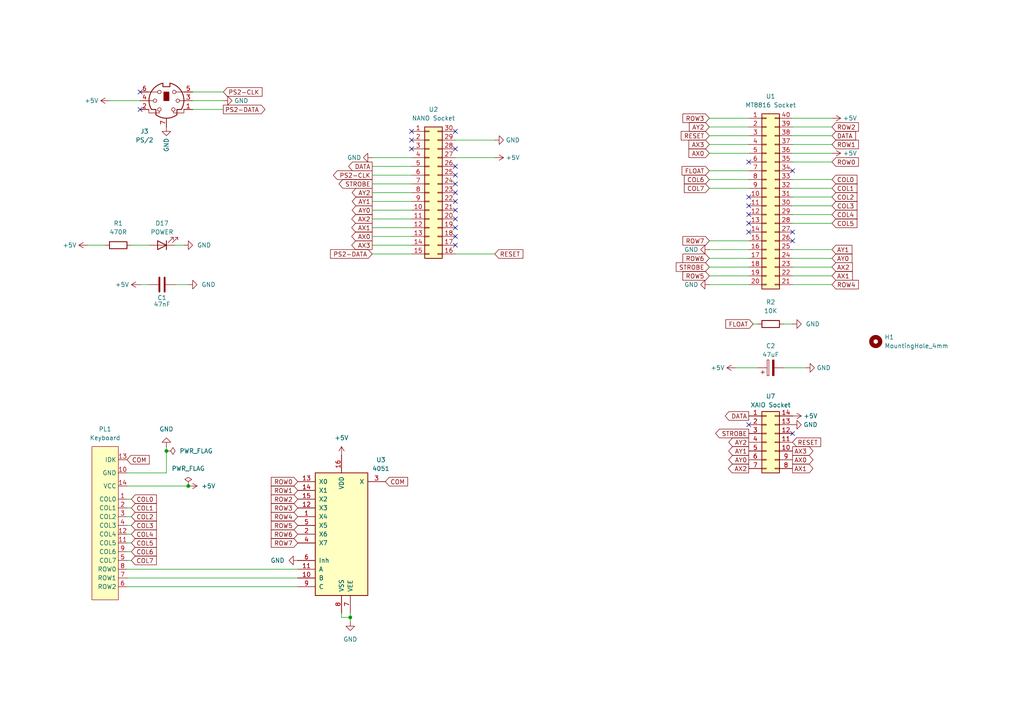
<source format=kicad_sch>
(kicad_sch (version 20231120) (generator "eeschema") (generator_version "8.0")
  (paper "A4")
  (lib_symbols
    (symbol "4xxx:4051" (pin_names (offset 1.016))
      (property "Reference" "U" (at -7.62 19.05 0))
      (property "Value" "4051" (at -7.62 -19.05 0))
      (symbol "4051_1_0"
        (pin passive line (at -12.7 5.08 0) (length 5.08) (name "X4") (number "1"))
        (pin input line (at -12.7 -12.7 0) (length 5.08) (name "B") (number "10"))
        (pin input line (at -12.7 -10.16 0) (length 5.08) (name "A") (number "11"))
        (pin passive line (at -12.7 7.62 0) (length 5.08) (name "X3") (number "12"))
        (pin passive line (at -12.7 15.24 0) (length 5.08) (name "X0") (number "13"))
        (pin passive line (at -12.7 12.7 0) (length 5.08) (name "X1") (number "14"))
        (pin passive line (at -12.7 10.16 0) (length 5.08) (name "X2") (number "15"))
        (pin power_in line (at 0 22.86 270) (length 5.08) (name "VDD") (number "16"))
        (pin passive line (at -12.7 0 0) (length 5.08) (name "X6") (number "2"))
        (pin passive line (at 12.7 15.24 180) (length 5.08) (name "X") (number "3"))
        (pin passive line (at -12.7 -2.54 0) (length 5.08) (name "X7") (number "4"))
        (pin passive line (at -12.7 2.54 0) (length 5.08) (name "X5") (number "5"))
        (pin input line (at -12.7 -7.62 0) (length 5.08) (name "Inh") (number "6"))
        (pin power_in line (at 2.54 -22.86 90) (length 5.08) (name "VEE") (number "7"))
        (pin power_in line (at 0 -22.86 90) (length 5.08) (name "VSS") (number "8"))
        (pin input line (at -12.7 -15.24 0) (length 5.08) (name "C") (number "9"))
      )
      (symbol "4051_1_1"
        (rectangle (start -7.62 17.78) (end 7.62 -17.78) (stroke (width 0.254)) (fill (type background)))
      )
    )
    (symbol "Connector_Generic:Conn_02x07_Counter_Clockwise" (pin_names (offset 1.016) hide)
      (property "Reference" "J" (at 1.27 10.16 0))
      (property "Value" "Conn_02x07_Counter_Clockwise" (at 1.27 -10.16 0))
      (symbol "Conn_02x07_Counter_Clockwise_1_1"
        (rectangle (start -1.27 -7.493) (end 0 -7.747) (stroke (width 0.1524)))
        (rectangle (start -1.27 -4.953) (end 0 -5.207) (stroke (width 0.1524)))
        (rectangle (start -1.27 -2.413) (end 0 -2.667) (stroke (width 0.1524)))
        (rectangle (start -1.27 0.127) (end 0 -0.127) (stroke (width 0.1524)))
        (rectangle (start -1.27 2.667) (end 0 2.413) (stroke (width 0.1524)))
        (rectangle (start -1.27 5.207) (end 0 4.953) (stroke (width 0.1524)))
        (rectangle (start -1.27 7.747) (end 0 7.493) (stroke (width 0.1524)))
        (rectangle (start -1.27 8.89) (end 3.81 -8.89) (stroke (width 0.254)) (fill (type background)))
        (rectangle (start 3.81 -7.493) (end 2.54 -7.747) (stroke (width 0.1524)))
        (rectangle (start 3.81 -4.953) (end 2.54 -5.207) (stroke (width 0.1524)))
        (rectangle (start 3.81 -2.413) (end 2.54 -2.667) (stroke (width 0.1524)))
        (rectangle (start 3.81 0.127) (end 2.54 -0.127) (stroke (width 0.1524)))
        (rectangle (start 3.81 2.667) (end 2.54 2.413) (stroke (width 0.1524)))
        (rectangle (start 3.81 5.207) (end 2.54 4.953) (stroke (width 0.1524)))
        (rectangle (start 3.81 7.747) (end 2.54 7.493) (stroke (width 0.1524)))
        (pin passive line (at -5.08 7.62 0) (length 3.81) (name "Pin_1") (number "1"))
        (pin passive line (at 7.62 -2.54 180) (length 3.81) (name "Pin_10") (number "10"))
        (pin passive line (at 7.62 0 180) (length 3.81) (name "Pin_11") (number "11"))
        (pin passive line (at 7.62 2.54 180) (length 3.81) (name "Pin_12") (number "12"))
        (pin passive line (at 7.62 5.08 180) (length 3.81) (name "Pin_13") (number "13"))
        (pin passive line (at 7.62 7.62 180) (length 3.81) (name "Pin_14") (number "14"))
        (pin passive line (at -5.08 5.08 0) (length 3.81) (name "Pin_2") (number "2"))
        (pin passive line (at -5.08 2.54 0) (length 3.81) (name "Pin_3") (number "3"))
        (pin passive line (at -5.08 0 0) (length 3.81) (name "Pin_4") (number "4"))
        (pin passive line (at -5.08 -2.54 0) (length 3.81) (name "Pin_5") (number "5"))
        (pin passive line (at -5.08 -5.08 0) (length 3.81) (name "Pin_6") (number "6"))
        (pin passive line (at -5.08 -7.62 0) (length 3.81) (name "Pin_7") (number "7"))
        (pin passive line (at 7.62 -7.62 180) (length 3.81) (name "Pin_8") (number "8"))
        (pin passive line (at 7.62 -5.08 180) (length 3.81) (name "Pin_9") (number "9"))
      )
    )
    (symbol "Connector_Generic:Conn_02x15_Counter_Clockwise" (pin_names (offset 1.016) hide)
      (property "Reference" "J" (at 1.27 20.32 0))
      (property "Value" "Conn_02x15_Counter_Clockwise" (at 1.27 -20.32 0))
      (symbol "Conn_02x15_Counter_Clockwise_1_1"
        (rectangle (start -1.27 -17.653) (end 0 -17.907) (stroke (width 0.1524)))
        (rectangle (start -1.27 -15.113) (end 0 -15.367) (stroke (width 0.1524)))
        (rectangle (start -1.27 -12.573) (end 0 -12.827) (stroke (width 0.1524)))
        (rectangle (start -1.27 -10.033) (end 0 -10.287) (stroke (width 0.1524)))
        (rectangle (start -1.27 -7.493) (end 0 -7.747) (stroke (width 0.1524)))
        (rectangle (start -1.27 -4.953) (end 0 -5.207) (stroke (width 0.1524)))
        (rectangle (start -1.27 -2.413) (end 0 -2.667) (stroke (width 0.1524)))
        (rectangle (start -1.27 0.127) (end 0 -0.127) (stroke (width 0.1524)))
        (rectangle (start -1.27 2.667) (end 0 2.413) (stroke (width 0.1524)))
        (rectangle (start -1.27 5.207) (end 0 4.953) (stroke (width 0.1524)))
        (rectangle (start -1.27 7.747) (end 0 7.493) (stroke (width 0.1524)))
        (rectangle (start -1.27 10.287) (end 0 10.033) (stroke (width 0.1524)))
        (rectangle (start -1.27 12.827) (end 0 12.573) (stroke (width 0.1524)))
        (rectangle (start -1.27 15.367) (end 0 15.113) (stroke (width 0.1524)))
        (rectangle (start -1.27 17.907) (end 0 17.653) (stroke (width 0.1524)))
        (rectangle (start -1.27 19.05) (end 3.81 -19.05) (stroke (width 0.254)) (fill (type background)))
        (rectangle (start 3.81 -17.653) (end 2.54 -17.907) (stroke (width 0.1524)))
        (rectangle (start 3.81 -15.113) (end 2.54 -15.367) (stroke (width 0.1524)))
        (rectangle (start 3.81 -12.573) (end 2.54 -12.827) (stroke (width 0.1524)))
        (rectangle (start 3.81 -10.033) (end 2.54 -10.287) (stroke (width 0.1524)))
        (rectangle (start 3.81 -7.493) (end 2.54 -7.747) (stroke (width 0.1524)))
        (rectangle (start 3.81 -4.953) (end 2.54 -5.207) (stroke (width 0.1524)))
        (rectangle (start 3.81 -2.413) (end 2.54 -2.667) (stroke (width 0.1524)))
        (rectangle (start 3.81 0.127) (end 2.54 -0.127) (stroke (width 0.1524)))
        (rectangle (start 3.81 2.667) (end 2.54 2.413) (stroke (width 0.1524)))
        (rectangle (start 3.81 5.207) (end 2.54 4.953) (stroke (width 0.1524)))
        (rectangle (start 3.81 7.747) (end 2.54 7.493) (stroke (width 0.1524)))
        (rectangle (start 3.81 10.287) (end 2.54 10.033) (stroke (width 0.1524)))
        (rectangle (start 3.81 12.827) (end 2.54 12.573) (stroke (width 0.1524)))
        (rectangle (start 3.81 15.367) (end 2.54 15.113) (stroke (width 0.1524)))
        (rectangle (start 3.81 17.907) (end 2.54 17.653) (stroke (width 0.1524)))
        (pin passive line (at -5.08 17.78 0) (length 3.81) (name "Pin_1") (number "1"))
        (pin passive line (at -5.08 -5.08 0) (length 3.81) (name "Pin_10") (number "10"))
        (pin passive line (at -5.08 -7.62 0) (length 3.81) (name "Pin_11") (number "11"))
        (pin passive line (at -5.08 -10.16 0) (length 3.81) (name "Pin_12") (number "12"))
        (pin passive line (at -5.08 -12.7 0) (length 3.81) (name "Pin_13") (number "13"))
        (pin passive line (at -5.08 -15.24 0) (length 3.81) (name "Pin_14") (number "14"))
        (pin passive line (at -5.08 -17.78 0) (length 3.81) (name "Pin_15") (number "15"))
        (pin passive line (at 7.62 -17.78 180) (length 3.81) (name "Pin_16") (number "16"))
        (pin passive line (at 7.62 -15.24 180) (length 3.81) (name "Pin_17") (number "17"))
        (pin passive line (at 7.62 -12.7 180) (length 3.81) (name "Pin_18") (number "18"))
        (pin passive line (at 7.62 -10.16 180) (length 3.81) (name "Pin_19") (number "19"))
        (pin passive line (at -5.08 15.24 0) (length 3.81) (name "Pin_2") (number "2"))
        (pin passive line (at 7.62 -7.62 180) (length 3.81) (name "Pin_20") (number "20"))
        (pin passive line (at 7.62 -5.08 180) (length 3.81) (name "Pin_21") (number "21"))
        (pin passive line (at 7.62 -2.54 180) (length 3.81) (name "Pin_22") (number "22"))
        (pin passive line (at 7.62 0 180) (length 3.81) (name "Pin_23") (number "23"))
        (pin passive line (at 7.62 2.54 180) (length 3.81) (name "Pin_24") (number "24"))
        (pin passive line (at 7.62 5.08 180) (length 3.81) (name "Pin_25") (number "25"))
        (pin passive line (at 7.62 7.62 180) (length 3.81) (name "Pin_26") (number "26"))
        (pin passive line (at 7.62 10.16 180) (length 3.81) (name "Pin_27") (number "27"))
        (pin passive line (at 7.62 12.7 180) (length 3.81) (name "Pin_28") (number "28"))
        (pin passive line (at 7.62 15.24 180) (length 3.81) (name "Pin_29") (number "29"))
        (pin passive line (at -5.08 12.7 0) (length 3.81) (name "Pin_3") (number "3"))
        (pin passive line (at 7.62 17.78 180) (length 3.81) (name "Pin_30") (number "30"))
        (pin passive line (at -5.08 10.16 0) (length 3.81) (name "Pin_4") (number "4"))
        (pin passive line (at -5.08 7.62 0) (length 3.81) (name "Pin_5") (number "5"))
        (pin passive line (at -5.08 5.08 0) (length 3.81) (name "Pin_6") (number "6"))
        (pin passive line (at -5.08 2.54 0) (length 3.81) (name "Pin_7") (number "7"))
        (pin passive line (at -5.08 0 0) (length 3.81) (name "Pin_8") (number "8"))
        (pin passive line (at -5.08 -2.54 0) (length 3.81) (name "Pin_9") (number "9"))
      )
    )
    (symbol "Connector_Generic:Conn_02x20_Counter_Clockwise" (pin_names (offset 1.016) hide)
      (property "Reference" "J" (at 1.27 25.4 0))
      (property "Value" "Conn_02x20_Counter_Clockwise" (at 1.27 -27.94 0))
      (symbol "Conn_02x20_Counter_Clockwise_1_1"
        (rectangle (start -1.27 -25.273) (end 0 -25.527) (stroke (width 0.1524)))
        (rectangle (start -1.27 -22.733) (end 0 -22.987) (stroke (width 0.1524)))
        (rectangle (start -1.27 -20.193) (end 0 -20.447) (stroke (width 0.1524)))
        (rectangle (start -1.27 -17.653) (end 0 -17.907) (stroke (width 0.1524)))
        (rectangle (start -1.27 -15.113) (end 0 -15.367) (stroke (width 0.1524)))
        (rectangle (start -1.27 -12.573) (end 0 -12.827) (stroke (width 0.1524)))
        (rectangle (start -1.27 -10.033) (end 0 -10.287) (stroke (width 0.1524)))
        (rectangle (start -1.27 -7.493) (end 0 -7.747) (stroke (width 0.1524)))
        (rectangle (start -1.27 -4.953) (end 0 -5.207) (stroke (width 0.1524)))
        (rectangle (start -1.27 -2.413) (end 0 -2.667) (stroke (width 0.1524)))
        (rectangle (start -1.27 0.127) (end 0 -0.127) (stroke (width 0.1524)))
        (rectangle (start -1.27 2.667) (end 0 2.413) (stroke (width 0.1524)))
        (rectangle (start -1.27 5.207) (end 0 4.953) (stroke (width 0.1524)))
        (rectangle (start -1.27 7.747) (end 0 7.493) (stroke (width 0.1524)))
        (rectangle (start -1.27 10.287) (end 0 10.033) (stroke (width 0.1524)))
        (rectangle (start -1.27 12.827) (end 0 12.573) (stroke (width 0.1524)))
        (rectangle (start -1.27 15.367) (end 0 15.113) (stroke (width 0.1524)))
        (rectangle (start -1.27 17.907) (end 0 17.653) (stroke (width 0.1524)))
        (rectangle (start -1.27 20.447) (end 0 20.193) (stroke (width 0.1524)))
        (rectangle (start -1.27 22.987) (end 0 22.733) (stroke (width 0.1524)))
        (rectangle (start -1.27 24.13) (end 3.81 -26.67) (stroke (width 0.254)) (fill (type background)))
        (rectangle (start 3.81 -25.273) (end 2.54 -25.527) (stroke (width 0.1524)))
        (rectangle (start 3.81 -22.733) (end 2.54 -22.987) (stroke (width 0.1524)))
        (rectangle (start 3.81 -20.193) (end 2.54 -20.447) (stroke (width 0.1524)))
        (rectangle (start 3.81 -17.653) (end 2.54 -17.907) (stroke (width 0.1524)))
        (rectangle (start 3.81 -15.113) (end 2.54 -15.367) (stroke (width 0.1524)))
        (rectangle (start 3.81 -12.573) (end 2.54 -12.827) (stroke (width 0.1524)))
        (rectangle (start 3.81 -10.033) (end 2.54 -10.287) (stroke (width 0.1524)))
        (rectangle (start 3.81 -7.493) (end 2.54 -7.747) (stroke (width 0.1524)))
        (rectangle (start 3.81 -4.953) (end 2.54 -5.207) (stroke (width 0.1524)))
        (rectangle (start 3.81 -2.413) (end 2.54 -2.667) (stroke (width 0.1524)))
        (rectangle (start 3.81 0.127) (end 2.54 -0.127) (stroke (width 0.1524)))
        (rectangle (start 3.81 2.667) (end 2.54 2.413) (stroke (width 0.1524)))
        (rectangle (start 3.81 5.207) (end 2.54 4.953) (stroke (width 0.1524)))
        (rectangle (start 3.81 7.747) (end 2.54 7.493) (stroke (width 0.1524)))
        (rectangle (start 3.81 10.287) (end 2.54 10.033) (stroke (width 0.1524)))
        (rectangle (start 3.81 12.827) (end 2.54 12.573) (stroke (width 0.1524)))
        (rectangle (start 3.81 15.367) (end 2.54 15.113) (stroke (width 0.1524)))
        (rectangle (start 3.81 17.907) (end 2.54 17.653) (stroke (width 0.1524)))
        (rectangle (start 3.81 20.447) (end 2.54 20.193) (stroke (width 0.1524)))
        (rectangle (start 3.81 22.987) (end 2.54 22.733) (stroke (width 0.1524)))
        (pin passive line (at -5.08 22.86 0) (length 3.81) (name "Pin_1") (number "1"))
        (pin passive line (at -5.08 0 0) (length 3.81) (name "Pin_10") (number "10"))
        (pin passive line (at -5.08 -2.54 0) (length 3.81) (name "Pin_11") (number "11"))
        (pin passive line (at -5.08 -5.08 0) (length 3.81) (name "Pin_12") (number "12"))
        (pin passive line (at -5.08 -7.62 0) (length 3.81) (name "Pin_13") (number "13"))
        (pin passive line (at -5.08 -10.16 0) (length 3.81) (name "Pin_14") (number "14"))
        (pin passive line (at -5.08 -12.7 0) (length 3.81) (name "Pin_15") (number "15"))
        (pin passive line (at -5.08 -15.24 0) (length 3.81) (name "Pin_16") (number "16"))
        (pin passive line (at -5.08 -17.78 0) (length 3.81) (name "Pin_17") (number "17"))
        (pin passive line (at -5.08 -20.32 0) (length 3.81) (name "Pin_18") (number "18"))
        (pin passive line (at -5.08 -22.86 0) (length 3.81) (name "Pin_19") (number "19"))
        (pin passive line (at -5.08 20.32 0) (length 3.81) (name "Pin_2") (number "2"))
        (pin passive line (at -5.08 -25.4 0) (length 3.81) (name "Pin_20") (number "20"))
        (pin passive line (at 7.62 -25.4 180) (length 3.81) (name "Pin_21") (number "21"))
        (pin passive line (at 7.62 -22.86 180) (length 3.81) (name "Pin_22") (number "22"))
        (pin passive line (at 7.62 -20.32 180) (length 3.81) (name "Pin_23") (number "23"))
        (pin passive line (at 7.62 -17.78 180) (length 3.81) (name "Pin_24") (number "24"))
        (pin passive line (at 7.62 -15.24 180) (length 3.81) (name "Pin_25") (number "25"))
        (pin passive line (at 7.62 -12.7 180) (length 3.81) (name "Pin_26") (number "26"))
        (pin passive line (at 7.62 -10.16 180) (length 3.81) (name "Pin_27") (number "27"))
        (pin passive line (at 7.62 -7.62 180) (length 3.81) (name "Pin_28") (number "28"))
        (pin passive line (at 7.62 -5.08 180) (length 3.81) (name "Pin_29") (number "29"))
        (pin passive line (at -5.08 17.78 0) (length 3.81) (name "Pin_3") (number "3"))
        (pin passive line (at 7.62 -2.54 180) (length 3.81) (name "Pin_30") (number "30"))
        (pin passive line (at 7.62 0 180) (length 3.81) (name "Pin_31") (number "31"))
        (pin passive line (at 7.62 2.54 180) (length 3.81) (name "Pin_32") (number "32"))
        (pin passive line (at 7.62 5.08 180) (length 3.81) (name "Pin_33") (number "33"))
        (pin passive line (at 7.62 7.62 180) (length 3.81) (name "Pin_34") (number "34"))
        (pin passive line (at 7.62 10.16 180) (length 3.81) (name "Pin_35") (number "35"))
        (pin passive line (at 7.62 12.7 180) (length 3.81) (name "Pin_36") (number "36"))
        (pin passive line (at 7.62 15.24 180) (length 3.81) (name "Pin_37") (number "37"))
        (pin passive line (at 7.62 17.78 180) (length 3.81) (name "Pin_38") (number "38"))
        (pin passive line (at 7.62 20.32 180) (length 3.81) (name "Pin_39") (number "39"))
        (pin passive line (at -5.08 15.24 0) (length 3.81) (name "Pin_4") (number "4"))
        (pin passive line (at 7.62 22.86 180) (length 3.81) (name "Pin_40") (number "40"))
        (pin passive line (at -5.08 12.7 0) (length 3.81) (name "Pin_5") (number "5"))
        (pin passive line (at -5.08 10.16 0) (length 3.81) (name "Pin_6") (number "6"))
        (pin passive line (at -5.08 7.62 0) (length 3.81) (name "Pin_7") (number "7"))
        (pin passive line (at -5.08 5.08 0) (length 3.81) (name "Pin_8") (number "8"))
        (pin passive line (at -5.08 2.54 0) (length 3.81) (name "Pin_9") (number "9"))
      )
    )
    (symbol "Device:C" (pin_numbers hide) (pin_names (offset 0.254))
      (property "Reference" "C" (at 0.635 2.54 0))
      (property "Value" "C" (at 0.635 -2.54 0))
      (symbol "C_0_1"
        (polyline (pts (xy -2.032 -0.762) (xy 2.032 -0.762)) (stroke (width 0.508)))
        (polyline (pts (xy -2.032 0.762) (xy 2.032 0.762)) (stroke (width 0.508)))
      )
      (symbol "C_1_1"
        (pin passive line (at 0 3.81 270) (length 2.794) (name "~") (number "1"))
        (pin passive line (at 0 -3.81 90) (length 2.794) (name "~") (number "2"))
      )
    )
    (symbol "Device:C_Polarized" (pin_numbers hide) (pin_names (offset 0.254))
      (property "Reference" "C" (at 0.635 2.54 0))
      (property "Value" "C_Polarized" (at 0.635 -2.54 0))
      (symbol "C_Polarized_0_1"
        (rectangle (start -2.286 0.508) (end 2.286 1.016))
        (polyline (pts (xy -1.778 2.286) (xy -0.762 2.286)))
        (polyline (pts (xy -1.27 2.794) (xy -1.27 1.778)))
        (rectangle (start 2.286 -0.508) (end -2.286 -1.016) (fill (type outline)))
      )
      (symbol "C_Polarized_1_1"
        (pin passive line (at 0 3.81 270) (length 2.794) (name "~") (number "1"))
        (pin passive line (at 0 -3.81 90) (length 2.794) (name "~") (number "2"))
      )
    )
    (symbol "Device:LED" (pin_numbers hide) (pin_names (offset 1.016) hide)
      (property "Reference" "D" (at 0 2.54 0))
      (property "Value" "LED" (at 0 -2.54 0))
      (symbol "LED_0_1"
        (polyline (pts (xy -1.27 -1.27) (xy -1.27 1.27)) (stroke (width 0.254)))
        (polyline (pts (xy -1.27 0) (xy 1.27 0)))
        (polyline (pts (xy 1.27 -1.27) (xy 1.27 1.27) (xy -1.27 0) (xy 1.27 -1.27)) (stroke (width 0.254)))
        (polyline (pts (xy -3.048 -0.762) (xy -4.572 -2.286) (xy -3.81 -2.286) (xy -4.572 -2.286) (xy -4.572 -1.524)))
        (polyline (pts (xy -1.778 -0.762) (xy -3.302 -2.286) (xy -2.54 -2.286) (xy -3.302 -2.286) (xy -3.302 -1.524)))
      )
      (symbol "LED_1_1"
        (pin passive line (at -3.81 0 0) (length 2.54) (name "K") (number "1"))
        (pin passive line (at 3.81 0 180) (length 2.54) (name "A") (number "2"))
      )
    )
    (symbol "Device:R" (pin_numbers hide) (pin_names (offset 0))
      (property "Reference" "R" (at 2.032 0 90))
      (property "Value" "R" (at 0 0 90))
      (symbol "R_0_1"
        (rectangle (start -1.016 -2.54) (end 1.016 2.54) (stroke (width 0.254)))
      )
      (symbol "R_1_1"
        (pin passive line (at 0 3.81 270) (length 1.27) (name "~") (number "1"))
        (pin passive line (at 0 -3.81 90) (length 1.27) (name "~") (number "2"))
      )
    )
    (symbol "Mechanical:MountingHole" (pin_names (offset 1.016)) (exclude_from_sim yes) (in_bom no)
      (property "Reference" "H" (at 0 5.08 0))
      (property "Value" "MountingHole" (at 0 3.175 0))
      (symbol "MountingHole_0_1"
        (circle (center 0 0) (radius 1.27) (stroke (width 1.27)))
      )
    )
    (symbol "Oric-PS2USB:Keyboard"
      (property "Reference" "PL" (at -1.778 28.702 0))
      (symbol "Keyboard_0_0"
        (pin input line (at 2.54 8.89 180) (length 2.54) (name "COL0") (number "1"))
        (pin power_in line (at 2.54 16.51 180) (length 2.54) (name "GND") (number "10"))
        (pin input line (at 2.54 -3.81 180) (length 2.54) (name "COL5") (number "11"))
        (pin input line (at 2.54 -1.27 180) (length 2.54) (name "COL4") (number "12"))
        (pin passive line (at 2.54 20.32 180) (length 2.54) (name "IDK") (number "13"))
        (pin power_in line (at 2.54 12.7 180) (length 2.54) (name "VCC") (number "14"))
        (pin input line (at 2.54 6.35 180) (length 2.54) (name "COL1") (number "2"))
        (pin input line (at 2.54 3.81 180) (length 2.54) (name "COL2") (number "3"))
        (pin input line (at 2.54 1.27 180) (length 2.54) (name "COL3") (number "4"))
        (pin input line (at 2.54 -8.89 180) (length 2.54) (name "COL7") (number "5"))
        (pin output line (at 2.54 -16.51 180) (length 2.54) (name "ROW2") (number "6"))
        (pin output line (at 2.54 -13.97 180) (length 2.54) (name "ROW1") (number "7"))
        (pin output line (at 2.54 -11.43 180) (length 2.54) (name "ROW0") (number "8"))
        (pin input line (at 2.54 -6.35 180) (length 2.54) (name "COL6") (number "9"))
      )
      (symbol "Keyboard_1_1"
        (rectangle (start -7.62 24.13) (end 0 -20.32) (fill (type background)))
      )
    )
    (symbol "Oric-PS2USB:Mini-DIN-6" (pin_names (offset 1.016))
      (property "Reference" "J3" (at 0.0177 10.16 0))
      (property "Value" "PS/2" (at 0.0177 7.62 0))
      (symbol "Mini-DIN-6_0_1"
        (circle (center -3.302 0) (radius 0.508))
        (arc (start -3.048 -4.064) (mid 0 -5.08) (end 3.048 -4.064) (stroke (width 0.254)))
        (circle (center -2.032 -2.54) (radius 0.508))
        (circle (center -2.032 2.54) (radius 0.508))
        (arc (start -1.016 5.08) (mid -4.6243 2.1182) (end -4.318 -2.54) (stroke (width 0.254)))
        (rectangle (start -0.762 2.54) (end 0.762 0) (fill (type outline)))
        (polyline (pts (xy -3.81 0) (xy -5.08 0)))
        (polyline (pts (xy -2.54 2.54) (xy -5.08 2.54)))
        (polyline (pts (xy 2.794 2.54) (xy 5.08 2.54)))
        (polyline (pts (xy 5.08 0) (xy 3.81 0)))
        (polyline (pts (xy -4.318 -2.54) (xy -3.048 -2.54) (xy -3.048 -4.064)) (stroke (width 0.254)))
        (polyline (pts (xy 4.318 -2.54) (xy 3.048 -2.54) (xy 3.048 -4.064)) (stroke (width 0.254)))
        (polyline (pts (xy -2.032 -3.048) (xy -2.032 -3.556) (xy -5.08 -3.556) (xy -5.08 -2.54)))
        (polyline (pts (xy -1.016 5.08) (xy -1.016 4.064) (xy 1.016 4.064) (xy 1.016 5.08)) (stroke (width 0.254)))
        (polyline (pts (xy 2.032 -3.048) (xy 2.032 -3.556) (xy 5.08 -3.556) (xy 5.08 -2.54)))
        (circle (center 2.032 -2.54) (radius 0.508))
        (circle (center 2.286 2.54) (radius 0.508))
        (circle (center 3.302 0) (radius 0.508))
        (arc (start 4.318 -2.54) (mid 4.6646 2.1357) (end 1.016 5.08) (stroke (width 0.254)))
      )
      (symbol "Mini-DIN-6_1_1"
        (pin passive line (at 7.62 -2.54 180) (length 2.54) (name "~") (number "1"))
        (pin passive line (at -7.62 -2.54 0) (length 2.54) (name "~") (number "2"))
        (pin passive line (at 7.62 0 180) (length 2.54) (name "~") (number "3"))
        (pin passive line (at -7.62 0 0) (length 2.54) (name "~") (number "4"))
        (pin passive line (at 7.62 2.54 180) (length 2.54) (name "~") (number "5"))
        (pin passive line (at -7.62 2.54 0) (length 2.54) (name "~") (number "6"))
        (pin passive line (at 0 -7.62 90) (length 2.54) (name "") (number "7"))
      )
    )
    (symbol "power:+5V" (power) (pin_numbers hide) (pin_names (offset 0) hide)
      (property "Value" "+5V" (at 0 3.556 0))
      (symbol "+5V_0_1"
        (polyline (pts (xy -0.762 1.27) (xy 0 2.54)))
        (polyline (pts (xy 0 0) (xy 0 2.54)))
        (polyline (pts (xy 0 2.54) (xy 0.762 1.27)))
      )
      (symbol "+5V_1_1"
        (pin power_in line (at 0 0 90) (length 0) (name "~") (number "1"))
      )
    )
    (symbol "power:GND" (power) (pin_numbers hide) (pin_names (offset 0) hide)
      (property "Value" "GND" (at 0 -3.81 0))
      (symbol "GND_0_1"
        (polyline (pts (xy 0 0) (xy 0 -1.27) (xy 1.27 -1.27) (xy 0 -2.54) (xy -1.27 -1.27) (xy 0 -1.27)))
      )
      (symbol "GND_1_1"
        (pin power_in line (at 0 0 270) (length 0) (name "~") (number "1"))
      )
    )
    (symbol "power:PWR_FLAG" (power) (pin_numbers hide) (pin_names (offset 0) hide)
      (property "Value" "PWR_FLAG" (at 0 3.81 0))
      (symbol "PWR_FLAG_0_0"
        (pin power_out line (at 0 0 90) (length 0) (name "~") (number "1"))
      )
      (symbol "PWR_FLAG_0_1"
        (polyline (pts (xy 0 0) (xy 0 1.27) (xy -1.016 1.905) (xy 0 2.54) (xy 1.016 1.905) (xy 0 1.27)))
      )
    )
  )
  (junction (at 48.26 130.81))
  (junction (at 101.6 179.07))
  (junction (at 54.61 140.97))
  (no_connect (at 132.08 66.04))
  (no_connect (at 217.17 67.31))
  (no_connect (at 40.64 26.67))
  (no_connect (at 40.64 31.75))
  (no_connect (at 132.08 68.58))
  (no_connect (at 132.08 71.12))
  (no_connect (at 229.87 49.53))
  (no_connect (at 132.08 43.18))
  (no_connect (at 132.08 48.26))
  (no_connect (at 132.08 50.8))
  (no_connect (at 132.08 53.34))
  (no_connect (at 132.08 55.88))
  (no_connect (at 132.08 58.42))
  (no_connect (at 132.08 60.96))
  (no_connect (at 119.38 38.1))
  (no_connect (at 119.38 40.64))
  (no_connect (at 119.38 43.18))
  (no_connect (at 132.08 38.1))
  (no_connect (at 229.87 69.85))
  (no_connect (at 217.17 46.99))
  (no_connect (at 217.17 59.69))
  (no_connect (at 229.87 67.31))
  (no_connect (at 217.17 123.19))
  (no_connect (at 217.17 62.23))
  (no_connect (at 229.87 125.73))
  (no_connect (at 217.17 57.15))
  (no_connect (at 132.08 63.5))
  (no_connect (at 217.17 64.77))
  (wire (pts (xy 107.95 68.58) (xy 119.38 68.58)))
  (wire (pts (xy 107.95 63.5) (xy 119.38 63.5)))
  (wire (pts (xy 205.74 82.55) (xy 217.17 82.55)))
  (wire (pts (xy 229.87 44.45) (xy 241.3 44.45)))
  (wire (pts (xy 55.88 31.75) (xy 64.77 31.75)))
  (wire (pts (xy 107.95 73.66) (xy 119.38 73.66)))
  (wire (pts (xy 241.3 82.55) (xy 229.87 82.55)))
  (wire (pts (xy 55.88 26.67) (xy 64.77 26.67)))
  (wire (pts (xy 40.64 82.55) (xy 43.18 82.55)))
  (wire (pts (xy 229.87 80.01) (xy 241.3 80.01)))
  (wire (pts (xy 205.74 72.39) (xy 217.17 72.39)))
  (wire (pts (xy 205.74 54.61) (xy 217.17 54.61)))
  (wire (pts (xy 50.8 82.55) (xy 54.61 82.55)))
  (wire (pts (xy 205.74 41.91) (xy 217.17 41.91)))
  (wire (pts (xy 229.87 72.39) (xy 241.3 72.39)))
  (wire (pts (xy 101.6 179.07) (xy 101.6 177.8)))
  (wire (pts (xy 229.87 36.83) (xy 241.3 36.83)))
  (wire (pts (xy 132.08 45.72) (xy 143.51 45.72)))
  (wire (pts (xy 107.95 53.34) (xy 119.38 53.34)))
  (wire (pts (xy 107.95 50.8) (xy 119.38 50.8)))
  (wire (pts (xy 107.95 60.96) (xy 119.38 60.96)))
  (wire (pts (xy 36.83 167.64) (xy 86.36 167.64)))
  (wire (pts (xy 229.87 39.37) (xy 241.3 39.37)))
  (wire (pts (xy 205.74 80.01) (xy 217.17 80.01)))
  (wire (pts (xy 38.1 71.12) (xy 43.18 71.12)))
  (wire (pts (xy 36.83 165.1) (xy 86.36 165.1)))
  (wire (pts (xy 213.36 106.68) (xy 219.71 106.68)))
  (wire (pts (xy 30.48 71.12) (xy 25.4 71.12)))
  (wire (pts (xy 132.08 73.66) (xy 143.51 73.66)))
  (wire (pts (xy 229.87 59.69) (xy 241.3 59.69)))
  (wire (pts (xy 205.74 52.07) (xy 217.17 52.07)))
  (wire (pts (xy 48.26 137.16) (xy 36.83 137.16)))
  (wire (pts (xy 38.1 152.4) (xy 36.83 152.4)))
  (wire (pts (xy 107.95 45.72) (xy 119.38 45.72)))
  (wire (pts (xy 99.06 179.07) (xy 101.6 179.07)))
  (wire (pts (xy 205.74 39.37) (xy 217.17 39.37)))
  (wire (pts (xy 38.1 147.32) (xy 36.83 147.32)))
  (wire (pts (xy 132.08 40.64) (xy 143.51 40.64)))
  (wire (pts (xy 107.95 66.04) (xy 119.38 66.04)))
  (wire (pts (xy 229.87 52.07) (xy 241.3 52.07)))
  (wire (pts (xy 101.6 180.34) (xy 101.6 179.07)))
  (wire (pts (xy 107.95 55.88) (xy 119.38 55.88)))
  (wire (pts (xy 38.1 149.86) (xy 36.83 149.86)))
  (wire (pts (xy 205.74 77.47) (xy 217.17 77.47)))
  (wire (pts (xy 107.95 71.12) (xy 119.38 71.12)))
  (wire (pts (xy 31.75 29.21) (xy 40.64 29.21)))
  (wire (pts (xy 50.8 71.12) (xy 53.34 71.12)))
  (wire (pts (xy 229.87 62.23) (xy 241.3 62.23)))
  (wire (pts (xy 55.88 29.21) (xy 64.77 29.21)))
  (wire (pts (xy 54.61 140.97) (xy 36.83 140.97)))
  (wire (pts (xy 229.87 54.61) (xy 241.3 54.61)))
  (wire (pts (xy 229.87 41.91) (xy 241.3 41.91)))
  (wire (pts (xy 229.87 34.29) (xy 241.3 34.29)))
  (wire (pts (xy 227.33 93.98) (xy 229.87 93.98)))
  (wire (pts (xy 38.1 157.48) (xy 36.83 157.48)))
  (wire (pts (xy 107.95 48.26) (xy 119.38 48.26)))
  (wire (pts (xy 205.74 74.93) (xy 217.17 74.93)))
  (wire (pts (xy 38.1 154.94) (xy 36.83 154.94)))
  (wire (pts (xy 205.74 69.85) (xy 217.17 69.85)))
  (wire (pts (xy 38.1 162.56) (xy 36.83 162.56)))
  (wire (pts (xy 218.44 93.98) (xy 219.71 93.98)))
  (wire (pts (xy 38.1 144.78) (xy 36.83 144.78)))
  (wire (pts (xy 229.87 57.15) (xy 241.3 57.15)))
  (wire (pts (xy 48.26 130.81) (xy 48.26 137.16)))
  (wire (pts (xy 107.95 58.42) (xy 119.38 58.42)))
  (wire (pts (xy 205.74 34.29) (xy 217.17 34.29)))
  (wire (pts (xy 36.83 170.18) (xy 86.36 170.18)))
  (wire (pts (xy 48.26 129.54) (xy 48.26 130.81)))
  (wire (pts (xy 227.33 106.68) (xy 233.68 106.68)))
  (wire (pts (xy 205.74 36.83) (xy 217.17 36.83)))
  (wire (pts (xy 229.87 64.77) (xy 241.3 64.77)))
  (wire (pts (xy 205.74 49.53) (xy 217.17 49.53)))
  (wire (pts (xy 229.87 77.47) (xy 241.3 77.47)))
  (wire (pts (xy 38.1 160.02) (xy 36.83 160.02)))
  (wire (pts (xy 99.06 177.8) (xy 99.06 179.07)))
  (wire (pts (xy 229.87 74.93) (xy 241.3 74.93)))
  (wire (pts (xy 205.74 44.45) (xy 217.17 44.45)))
  (wire (pts (xy 229.87 46.99) (xy 241.3 46.99)))
  (global_label "AY0" (shape output) (at 107.95 60.96 180) (property "Intersheetrefs" "${INTERSHEET_REFS}" (effects (hide yes))))
  (global_label "ROW2" (shape input) (at 241.3 36.83 0) (property "Intersheetrefs" "${INTERSHEET_REFS}" (effects (hide yes))))
  (global_label "AX2" (shape output) (at 217.17 135.89 180) (property "Intersheetrefs" "${INTERSHEET_REFS}" (effects (hide yes))))
  (global_label "ROW1" (shape input) (at 241.3 41.91 0) (property "Intersheetrefs" "${INTERSHEET_REFS}" (effects (hide yes))))
  (global_label "ROW7" (shape input) (at 86.36 157.48 180) (property "Intersheetrefs" "${INTERSHEET_REFS}" (effects (hide yes))))
  (global_label "AX0" (shape input) (at 205.74 44.45 180) (property "Intersheetrefs" "${INTERSHEET_REFS}" (effects (hide yes))))
  (global_label "PS2-DATA" (shape output) (at 64.77 31.75 0) (property "Intersheetrefs" "${INTERSHEET_REFS}" (effects (hide yes))))
  (global_label "AX2" (shape input) (at 241.3 77.47 0) (property "Intersheetrefs" "${INTERSHEET_REFS}" (effects (hide yes))))
  (global_label "COL3" (shape input) (at 38.1 152.4 0) (property "Intersheetrefs" "${INTERSHEET_REFS}" (effects (hide yes))))
  (global_label "AY1" (shape input) (at 241.3 72.39 0) (property "Intersheetrefs" "${INTERSHEET_REFS}" (effects (hide yes))))
  (global_label "DATA" (shape output) (at 217.17 120.65 180) (property "Intersheetrefs" "${INTERSHEET_REFS}" (effects (hide yes))))
  (global_label "COM" (shape input) (at 111.76 139.7 0) (property "Intersheetrefs" "${INTERSHEET_REFS}" (effects (hide yes))))
  (global_label "AY2" (shape output) (at 107.95 55.88 180) (property "Intersheetrefs" "${INTERSHEET_REFS}" (effects (hide yes))))
  (global_label "COL1" (shape input) (at 38.1 147.32 0) (property "Intersheetrefs" "${INTERSHEET_REFS}" (effects (hide yes))))
  (global_label "COL0" (shape input) (at 241.3 52.07 0) (property "Intersheetrefs" "${INTERSHEET_REFS}" (effects (hide yes))))
  (global_label "AX3" (shape output) (at 229.87 130.81 0) (property "Intersheetrefs" "${INTERSHEET_REFS}" (effects (hide yes))))
  (global_label "ROW4" (shape input) (at 86.36 149.86 180) (property "Intersheetrefs" "${INTERSHEET_REFS}" (effects (hide yes))))
  (global_label "ROW5" (shape input) (at 205.74 80.01 180) (property "Intersheetrefs" "${INTERSHEET_REFS}" (effects (hide yes))))
  (global_label "ROW6" (shape input) (at 205.74 74.93 180) (property "Intersheetrefs" "${INTERSHEET_REFS}" (effects (hide yes))))
  (global_label "RESET" (shape input) (at 143.51 73.66 0) (property "Intersheetrefs" "${INTERSHEET_REFS}" (effects (hide yes))))
  (global_label "ROW0" (shape input) (at 241.3 46.99 0) (property "Intersheetrefs" "${INTERSHEET_REFS}" (effects (hide yes))))
  (global_label "PS2-CLK" (shape input) (at 64.77 26.67 0) (property "Intersheetrefs" "${INTERSHEET_REFS}" (effects (hide yes))))
  (global_label "COL7" (shape input) (at 38.1 162.56 0) (property "Intersheetrefs" "${INTERSHEET_REFS}" (effects (hide yes))))
  (global_label "AX0" (shape output) (at 229.87 133.35 0) (property "Intersheetrefs" "${INTERSHEET_REFS}" (effects (hide yes))))
  (global_label "COL1" (shape input) (at 241.3 54.61 0) (property "Intersheetrefs" "${INTERSHEET_REFS}" (effects (hide yes))))
  (global_label "AY0" (shape input) (at 241.3 74.93 0) (property "Intersheetrefs" "${INTERSHEET_REFS}" (effects (hide yes))))
  (global_label "COL5" (shape input) (at 38.1 157.48 0) (property "Intersheetrefs" "${INTERSHEET_REFS}" (effects (hide yes))))
  (global_label "COL2" (shape input) (at 241.3 57.15 0) (property "Intersheetrefs" "${INTERSHEET_REFS}" (effects (hide yes))))
  (global_label "AY1" (shape output) (at 217.17 130.81 180) (property "Intersheetrefs" "${INTERSHEET_REFS}" (effects (hide yes))))
  (global_label "AX2" (shape output) (at 107.95 63.5 180) (property "Intersheetrefs" "${INTERSHEET_REFS}" (effects (hide yes))))
  (global_label "COL6" (shape input) (at 38.1 160.02 0) (property "Intersheetrefs" "${INTERSHEET_REFS}" (effects (hide yes))))
  (global_label "COL6" (shape input) (at 205.74 52.07 180) (property "Intersheetrefs" "${INTERSHEET_REFS}" (effects (hide yes))))
  (global_label "AY1" (shape output) (at 107.95 58.42 180) (property "Intersheetrefs" "${INTERSHEET_REFS}" (effects (hide yes))))
  (global_label "PS2-CLK" (shape output) (at 107.95 50.8 180) (property "Intersheetrefs" "${INTERSHEET_REFS}" (effects (hide yes))))
  (global_label "ROW3" (shape input) (at 205.74 34.29 180) (property "Intersheetrefs" "${INTERSHEET_REFS}" (effects (hide yes))))
  (global_label "RESET" (shape input) (at 229.87 128.27 0) (property "Intersheetrefs" "${INTERSHEET_REFS}" (effects (hide yes))))
  (global_label "FLOAT" (shape input) (at 205.74 49.53 180) (property "Intersheetrefs" "${INTERSHEET_REFS}" (effects (hide yes))))
  (global_label "COL0" (shape input) (at 38.1 144.78 0) (property "Intersheetrefs" "${INTERSHEET_REFS}" (effects (hide yes))))
  (global_label "RESET" (shape input) (at 205.74 39.37 180) (property "Intersheetrefs" "${INTERSHEET_REFS}" (effects (hide yes))))
  (global_label "AY0" (shape output) (at 217.17 133.35 180) (property "Intersheetrefs" "${INTERSHEET_REFS}" (effects (hide yes))))
  (global_label "ROW0" (shape input) (at 86.36 139.7 180) (property "Intersheetrefs" "${INTERSHEET_REFS}" (effects (hide yes))))
  (global_label "AY2" (shape input) (at 205.74 36.83 180) (property "Intersheetrefs" "${INTERSHEET_REFS}" (effects (hide yes))))
  (global_label "ROW3" (shape input) (at 86.36 147.32 180) (property "Intersheetrefs" "${INTERSHEET_REFS}" (effects (hide yes))))
  (global_label "COM" (shape input) (at 36.83 133.35 0) (property "Intersheetrefs" "${INTERSHEET_REFS}" (effects (hide yes))))
  (global_label "COL5" (shape input) (at 241.3 64.77 0) (property "Intersheetrefs" "${INTERSHEET_REFS}" (effects (hide yes))))
  (global_label "DATA" (shape output) (at 107.95 48.26 180) (property "Intersheetrefs" "${INTERSHEET_REFS}" (effects (hide yes))))
  (global_label "ROW4" (shape input) (at 241.3 82.55 0) (property "Intersheetrefs" "${INTERSHEET_REFS}" (effects (hide yes))))
  (global_label "AY2" (shape output) (at 217.17 128.27 180) (property "Intersheetrefs" "${INTERSHEET_REFS}" (effects (hide yes))))
  (global_label "ROW5" (shape input) (at 86.36 152.4 180) (property "Intersheetrefs" "${INTERSHEET_REFS}" (effects (hide yes))))
  (global_label "AX1" (shape input) (at 241.3 80.01 0) (property "Intersheetrefs" "${INTERSHEET_REFS}" (effects (hide yes))))
  (global_label "AX3" (shape output) (at 107.95 71.12 180) (property "Intersheetrefs" "${INTERSHEET_REFS}" (effects (hide yes))))
  (global_label "AX0" (shape output) (at 107.95 68.58 180) (property "Intersheetrefs" "${INTERSHEET_REFS}" (effects (hide yes))))
  (global_label "COL2" (shape input) (at 38.1 149.86 0) (property "Intersheetrefs" "${INTERSHEET_REFS}" (effects (hide yes))))
  (global_label "AX1" (shape output) (at 229.87 135.89 0) (property "Intersheetrefs" "${INTERSHEET_REFS}" (effects (hide yes))))
  (global_label "ROW1" (shape input) (at 86.36 142.24 180) (property "Intersheetrefs" "${INTERSHEET_REFS}" (effects (hide yes))))
  (global_label "ROW7" (shape input) (at 205.74 69.85 180) (property "Intersheetrefs" "${INTERSHEET_REFS}" (effects (hide yes))))
  (global_label "COL3" (shape input) (at 241.3 59.69 0) (property "Intersheetrefs" "${INTERSHEET_REFS}" (effects (hide yes))))
  (global_label "ROW6" (shape input) (at 86.36 154.94 180) (property "Intersheetrefs" "${INTERSHEET_REFS}" (effects (hide yes))))
  (global_label "STROBE" (shape output) (at 107.95 53.34 180) (property "Intersheetrefs" "${INTERSHEET_REFS}" (effects (hide yes))))
  (global_label "FLOAT" (shape input) (at 218.44 93.98 180) (property "Intersheetrefs" "${INTERSHEET_REFS}" (effects (hide yes))))
  (global_label "STROBE" (shape output) (at 217.17 125.73 180) (property "Intersheetrefs" "${INTERSHEET_REFS}" (effects (hide yes))))
  (global_label "COL7" (shape input) (at 205.74 54.61 180) (property "Intersheetrefs" "${INTERSHEET_REFS}" (effects (hide yes))))
  (global_label "DATA" (shape input) (at 241.3 39.37 0) (property "Intersheetrefs" "${INTERSHEET_REFS}" (effects (hide yes))))
  (global_label "AX3" (shape input) (at 205.74 41.91 180) (property "Intersheetrefs" "${INTERSHEET_REFS}" (effects (hide yes))))
  (global_label "ROW2" (shape input) (at 86.36 144.78 180) (property "Intersheetrefs" "${INTERSHEET_REFS}" (effects (hide yes))))
  (global_label "STROBE" (shape input) (at 205.74 77.47 180) (property "Intersheetrefs" "${INTERSHEET_REFS}" (effects (hide yes))))
  (global_label "COL4" (shape input) (at 38.1 154.94 0) (property "Intersheetrefs" "${INTERSHEET_REFS}" (effects (hide yes))))
  (global_label "COL4" (shape input) (at 241.3 62.23 0) (property "Intersheetrefs" "${INTERSHEET_REFS}" (effects (hide yes))))
  (global_label "AX1" (shape output) (at 107.95 66.04 180) (property "Intersheetrefs" "${INTERSHEET_REFS}" (effects (hide yes))))
  (global_label "PS2-DATA" (shape input) (at 107.95 73.66 180) (property "Intersheetrefs" "${INTERSHEET_REFS}" (effects (hide yes))))
  (symbol (lib_id "Device:R") (at 34.29 71.12 90) (unit 1)
    (property "Reference" "R1" (at 34.29 64.77 90))
    (property "Value" "470R" (at 34.29 67.31 90))
    (property "Footprint" "Resistor_THT:R_Axial_DIN0204_L3.6mm_D1.6mm_P7.62mm_Horizontal" (effects (hide yes)))
    (property "Description" "Resistor" (effects (hide yes)))
  )
  (symbol (lib_id "Connector_Generic:Conn_02x07_Counter_Clockwise") (at 222.25 128.27 0) (unit 1)
    (property "Reference" "U7" (at 223.52 114.935 0))
    (property "Value" "XAIO Socket" (at 223.52 117.475 0))
    (property "Footprint" "Arduino:XAIO 14PIN" (effects (hide yes)))
    (property "Description" "Generic connector, double row, 02x07, counter clockwise pin numbering scheme (similar to DIP package numbering), script generated (kicad-library-utils/schlib/autogen/connector/)" (effects (hide yes)))
  )
  (symbol (lib_id "power:GND") (at 86.36 162.56 270) (unit 1)
    (property "Reference" "#PWR01" (effects (hide yes)))
    (property "Value" "GND" (at 82.55 162.5599 90) (effects (justify right)))
    (property "Description" "Power symbol creates a global label with name \"GND\" , ground" (effects (hide yes)))
  )
  (symbol (lib_id "Connector_Generic:Conn_02x15_Counter_Clockwise") (at 124.46 55.88 0) (unit 1)
    (property "Reference" "U2" (at 125.73 31.75 0))
    (property "Value" "NANO Socket" (at 125.73 34.29 0))
    (property "Footprint" "Arduino:Arduino_Nano_WithMountingHoles" (effects (hide yes)))
    (property "Description" "Generic connector, double row, 02x15, counter clockwise pin numbering scheme (similar to DIP package numbering), script generated (kicad-library-utils/schlib/autogen/connector/)" (effects (hide yes)))
  )
  (symbol (lib_id "power:+5V") (at 229.87 120.65 270) (unit 1)
    (property "Reference" "#PWR08" (effects (hide yes)))
    (property "Value" "+5V" (at 233.045 120.65 90) (effects (justify left)))
    (property "Description" "Power symbol creates a global label with name \"+5V\"" (effects (hide yes)))
  )
  (symbol (lib_id "Mechanical:MountingHole") (at 254 99.06 0) (unit 1) (exclude_from_sim yes) (in_bom no)
    (property "Reference" "H1" (at 256.54 97.7899 0) (effects (justify left)))
    (property "Value" "MountingHole_4mm" (at 256.54 100.3299 0) (effects (justify left)))
    (property "Description" "Mounting Hole without connection" (effects (hide yes)))
  )
  (symbol (lib_id "power:+5V") (at 25.4 71.12 90) (unit 1)
    (property "Reference" "#PWR05" (effects (hide yes)))
    (property "Value" "+5V" (at 22.225 71.12 90) (effects (justify left)))
    (property "Description" "Power symbol creates a global label with name \"+5V\"" (effects (hide yes)))
  )
  (symbol (lib_id "power:+5V") (at 143.51 45.72 270) (unit 1)
    (property "Reference" "#PWR09" (effects (hide yes)))
    (property "Value" "+5V" (at 146.685 45.72 90) (effects (justify left)))
    (property "Description" "Power symbol creates a global label with name \"+5V\"" (effects (hide yes)))
  )
  (symbol (lib_id "power:GND") (at 233.68 106.68 90) (unit 1)
    (property "Reference" "#PWR026" (effects (hide yes)))
    (property "Value" "GND" (at 236.855 106.68 90) (effects (justify right)))
    (property "Description" "Power symbol creates a global label with name \"GND\" , ground" (effects (hide yes)))
  )
  (symbol (lib_id "power:GND") (at 54.61 82.55 90) (unit 1)
    (property "Reference" "#PWR028" (effects (hide yes)))
    (property "Value" "GND" (at 58.42 82.55 90) (effects (justify right)))
    (property "Description" "Power symbol creates a global label with name \"GND\" , ground" (effects (hide yes)))
  )
  (symbol (lib_id "Oric-PS2USB:Keyboard") (at 34.29 153.67 0) (unit 1)
    (property "Reference" "PL1" (at 30.48 124.46 0))
    (property "Value" "Keyboard" (at 30.48 127 0))
    (property "Footprint" "Connector_PinHeader_2.54mm:PinHeader_1x14_P2.54mm_Vertical" (effects (hide yes)))
  )
  (symbol (lib_id "power:+5V") (at 99.06 132.08 0) (unit 1)
    (property "Reference" "#PWR020" (effects (hide yes)))
    (property "Value" "+5V" (at 99.06 127 0))
    (property "Description" "Power symbol creates a global label with name \"+5V\"" (effects (hide yes)))
  )
  (symbol (lib_id "power:GND") (at 48.26 36.83 0) (unit 1)
    (property "Reference" "#PWR023" (effects (hide yes)))
    (property "Value" "GND" (at 48.26 40.005 90) (effects (justify right)))
    (property "Description" "Power symbol creates a global label with name \"GND\" , ground" (effects (hide yes)))
  )
  (symbol (lib_id "power:+5V") (at 213.36 106.68 90) (unit 1)
    (property "Reference" "#PWR02" (effects (hide yes)))
    (property "Value" "+5V" (at 210.185 106.68 90) (effects (justify left)))
    (property "Description" "Power symbol creates a global label with name \"+5V\"" (effects (hide yes)))
  )
  (symbol (lib_id "4xxx:4051") (at 99.06 154.94 0) (unit 1)
    (property "Reference" "U3" (at 110.49 133.3814 0))
    (property "Value" "4051" (at 110.49 135.9214 0))
    (property "Footprint" "Package_DIP:DIP-16_W7.62mm" (effects (hide yes)))
    (property "Datasheet" "http://www.intersil.com/content/dam/Intersil/documents/cd40/cd4051bms-52bms-53bms.pdf" (effects (hide yes)))
    (property "Description" "Analog Multiplexer 8 to 1 lins" (effects (hide yes)))
  )
  (symbol (lib_id "Device:R") (at 223.52 93.98 90) (unit 1)
    (property "Reference" "R2" (at 223.52 87.63 90))
    (property "Value" "10K" (at 223.52 90.17 90))
    (property "Footprint" "Resistor_THT:R_Axial_DIN0204_L3.6mm_D1.6mm_P7.62mm_Horizontal" (effects (hide yes)))
    (property "Description" "Resistor" (effects (hide yes)))
  )
  (symbol (lib_id "power:GND") (at 48.26 129.54 180) (unit 1)
    (property "Reference" "#PWR018" (effects (hide yes)))
    (property "Value" "GND" (at 48.26 124.46 0))
    (property "Description" "Power symbol creates a global label with name \"GND\" , ground" (effects (hide yes)))
  )
  (symbol (lib_id "power:GND") (at 64.77 29.21 90) (unit 1)
    (property "Reference" "#PWR024" (effects (hide yes)))
    (property "Value" "GND" (at 67.945 29.21 90) (effects (justify right)))
    (property "Description" "Power symbol creates a global label with name \"GND\" , ground" (effects (hide yes)))
  )
  (symbol (lib_id "power:GND") (at 107.95 45.72 270) (unit 1)
    (property "Reference" "#PWR022" (effects (hide yes)))
    (property "Value" "GND" (at 104.775 45.72 90) (effects (justify right)))
    (property "Description" "Power symbol creates a global label with name \"GND\" , ground" (effects (hide yes)))
  )
  (symbol (lib_id "power:GND") (at 205.74 72.39 270) (unit 1)
    (property "Reference" "#PWR016" (effects (hide yes)))
    (property "Value" "GND" (at 202.565 72.39 90) (effects (justify right)))
    (property "Description" "Power symbol creates a global label with name \"GND\" , ground" (effects (hide yes)))
  )
  (symbol (lib_id "power:GND") (at 143.51 40.64 90) (unit 1)
    (property "Reference" "#PWR017" (effects (hide yes)))
    (property "Value" "GND" (at 146.685 40.64 90) (effects (justify right)))
    (property "Description" "Power symbol creates a global label with name \"GND\" , ground" (effects (hide yes)))
  )
  (symbol (lib_id "Device:LED") (at 46.99 71.12 180) (unit 1)
    (property "Reference" "D17" (at 46.99 64.77 0))
    (property "Value" "POWER" (at 46.99 67.31 0))
    (property "Footprint" "LED_THT:LED_D3.0mm" (effects (hide yes)))
    (property "Description" "Light emitting diode" (effects (hide yes)))
  )
  (symbol (lib_id "power:+5V") (at 31.75 29.21 90) (unit 1)
    (property "Reference" "#PWR010" (effects (hide yes)))
    (property "Value" "+5V" (at 28.575 29.21 90) (effects (justify left)))
    (property "Description" "Power symbol creates a global label with name \"+5V\"" (effects (hide yes)))
  )
  (symbol (lib_id "power:GND") (at 101.6 180.34 0) (unit 1)
    (property "Reference" "#PWR07" (effects (hide yes)))
    (property "Value" "GND" (at 101.6 185.42 0))
    (property "Description" "Power symbol creates a global label with name \"GND\" , ground" (effects (hide yes)))
  )
  (symbol (lib_id "power:+5V") (at 40.64 82.55 90) (unit 1)
    (property "Reference" "#PWR012" (effects (hide yes)))
    (property "Value" "+5V" (at 37.465 82.55 90) (effects (justify left)))
    (property "Description" "Power symbol creates a global label with name \"+5V\"" (effects (hide yes)))
  )
  (symbol (lib_id "power:GND") (at 205.74 82.55 270) (unit 1)
    (property "Reference" "#PWR015" (effects (hide yes)))
    (property "Value" "GND" (at 202.565 82.55 90) (effects (justify right)))
    (property "Description" "Power symbol creates a global label with name \"GND\" , ground" (effects (hide yes)))
  )
  (symbol (lib_id "power:PWR_FLAG") (at 54.61 140.97 0) (unit 1)
    (property "Reference" "#FLG04" (effects (hide yes)))
    (property "Value" "PWR_FLAG" (at 54.61 135.89 0))
    (property "Description" "Special symbol for telling ERC where power comes from" (effects (hide yes)))
  )
  (symbol (lib_id "Connector_Generic:Conn_02x20_Counter_Clockwise") (at 222.25 57.15 0) (unit 1)
    (property "Reference" "U1" (at 223.52 27.94 0))
    (property "Value" "MT8816 Socket" (at 223.52 30.48 0))
    (property "Footprint" "Package_DIP:DIP-40_W15.24mm_Socket" (effects (hide yes)))
    (property "Description" "Generic connector, double row, 02x20, counter clockwise pin numbering scheme (similar to DIP package numbering), script generated (kicad-library-utils/schlib/autogen/connector/)" (effects (hide yes)))
  )
  (symbol (lib_id "Device:C_Polarized") (at 223.52 106.68 90) (unit 1)
    (property "Reference" "C2" (at 223.52 100.33 90))
    (property "Value" "47uF" (at 223.52 102.87 90))
    (property "Footprint" "Capacitor_THT:CP_Radial_D5.0mm_P2.00mm" (effects (hide yes)))
    (property "Description" "Polarized capacitor" (effects (hide yes)))
  )
  (symbol (lib_id "power:+5V") (at 241.3 34.29 270) (unit 1)
    (property "Reference" "#PWR04" (effects (hide yes)))
    (property "Value" "+5V" (at 244.475 34.29 90) (effects (justify left)))
    (property "Description" "Power symbol creates a global label with name \"+5V\"" (effects (hide yes)))
  )
  (symbol (lib_id "power:+5V") (at 54.61 140.97 270) (unit 1)
    (property "Reference" "#PWR019" (effects (hide yes)))
    (property "Value" "+5V" (at 58.42 140.9699 90) (effects (justify left)))
    (property "Description" "Power symbol creates a global label with name \"+5V\"" (effects (hide yes)))
  )
  (symbol (lib_id "power:PWR_FLAG") (at 48.26 130.81 270) (unit 1)
    (property "Reference" "#FLG03" (effects (hide yes)))
    (property "Value" "PWR_FLAG" (at 52.07 130.8099 90) (effects (justify left)))
    (property "Description" "Special symbol for telling ERC where power comes from" (effects (hide yes)))
  )
  (symbol (lib_id "power:GND") (at 53.34 71.12 90) (unit 1)
    (property "Reference" "#PWR06" (effects (hide yes)))
    (property "Value" "GND" (at 57.15 71.12 90) (effects (justify right)))
    (property "Description" "Power symbol creates a global label with name \"GND\" , ground" (effects (hide yes)))
  )
  (symbol (lib_id "power:GND") (at 229.87 123.19 90) (unit 1)
    (property "Reference" "#PWR021" (effects (hide yes)))
    (property "Value" "GND" (at 233.045 123.19 90) (effects (justify right)))
    (property "Description" "Power symbol creates a global label with name \"GND\" , ground" (effects (hide yes)))
  )
  (symbol (lib_id "power:+5V") (at 241.3 44.45 270) (unit 1)
    (property "Reference" "#PWR03" (effects (hide yes)))
    (property "Value" "+5V" (at 244.475 44.45 90) (effects (justify left)))
    (property "Description" "Power symbol creates a global label with name \"+5V\"" (effects (hide yes)))
  )
  (symbol (lib_id "Oric-PS2USB:Mini-DIN-6") (at 48.26 29.21 0) (unit 1)
    (property "Reference" "J3" (at 41.91 38.1 0))
    (property "Value" "PS/2" (at 41.91 40.64 0))
    (property "Footprint" "Arduino:Connector_Mini-DIN_Female_6Pin_2rows" (effects (hide yes)))
    (property "Description" "6-pin Mini-DIN connector" (effects (hide yes)))
  )
  (symbol (lib_id "Device:C") (at 46.99 82.55 270) (unit 1)
    (property "Reference" "C1" (at 46.99 86.36 90))
    (property "Value" "47nF" (at 46.99 88.265 90))
    (property "Footprint" "Capacitor_THT:C_Disc_D4.3mm_W1.9mm_P5.00mm" (effects (hide yes)))
    (property "Description" "Unpolarized capacitor" (effects (hide yes)))
  )
  (symbol (lib_id "power:GND") (at 229.87 93.98 90) (unit 1)
    (property "Reference" "#PWR013" (effects (hide yes)))
    (property "Value" "GND" (at 233.68 93.98 90) (effects (justify right)))
    (property "Description" "Power symbol creates a global label with name \"GND\" , ground" (effects (hide yes)))
  )
)
</source>
